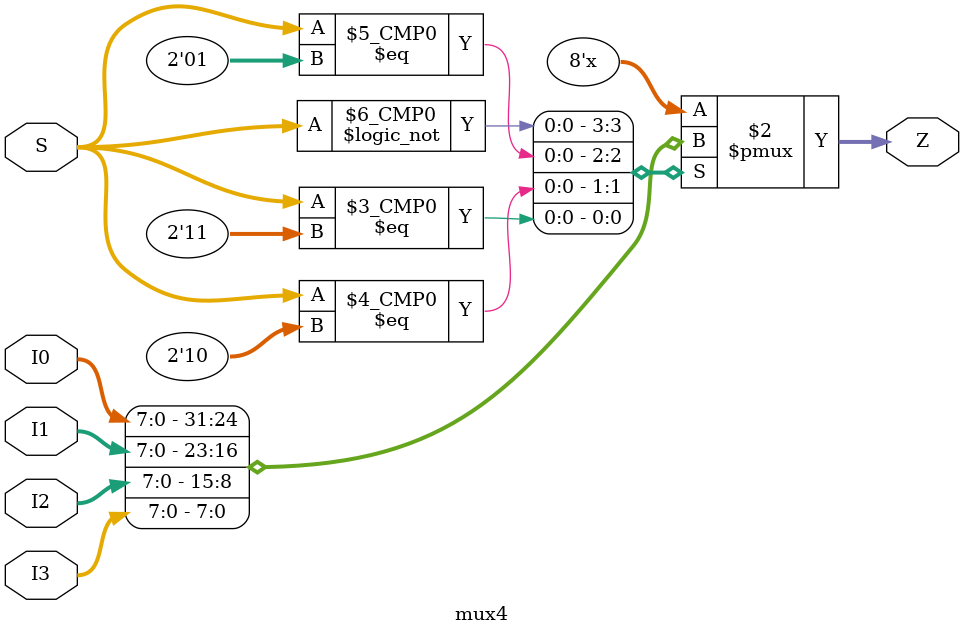
<source format=v>
module mux4 (
  input [1:0] S,
  input [7:0] I0,
  input [7:0] I1,
  input [7:0] I2,
  input [7:0] I3,
  output reg [7:0] Z
);

always @(*) begin
  case (S)
    2'd0: Z = I0;
    2'd1: Z = I1;
    2'd2: Z = I2;
    2'd3: Z = I3;
  endcase
end

endmodule
</source>
